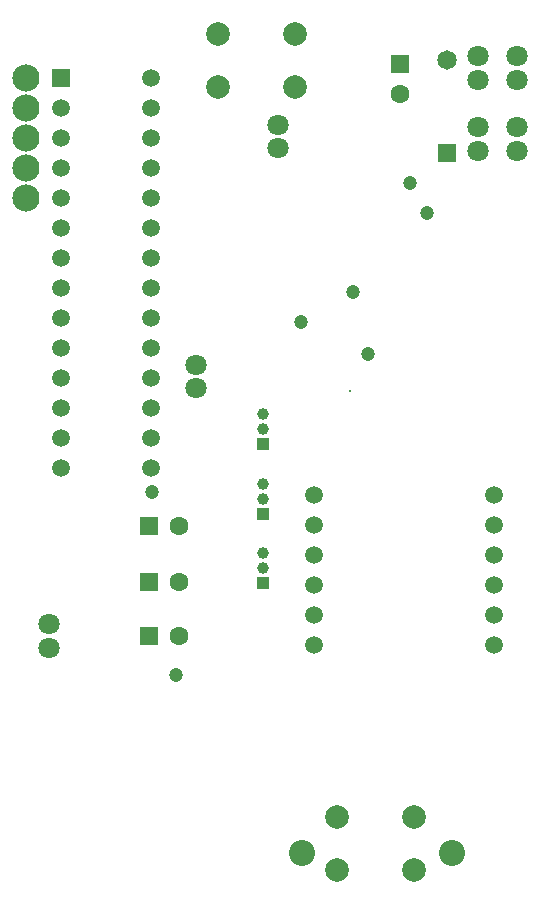
<source format=gbs>
G04*
G04 #@! TF.GenerationSoftware,Altium Limited,Altium Designer,20.2.3 (150)*
G04*
G04 Layer_Color=16711935*
%FSLAX25Y25*%
%MOIN*%
G70*
G04*
G04 #@! TF.SameCoordinates,B26AD540-6E08-4B25-974C-445F4708D01E*
G04*
G04*
G04 #@! TF.FilePolarity,Negative*
G04*
G01*
G75*
%ADD24R,0.06496X0.06496*%
%ADD25C,0.06496*%
%ADD26C,0.00800*%
%ADD27C,0.08674*%
%ADD28R,0.06299X0.06299*%
%ADD29C,0.06299*%
%ADD30C,0.07874*%
%ADD31C,0.05918*%
%ADD32R,0.03937X0.03937*%
%ADD33C,0.03937*%
%ADD34C,0.07099*%
%ADD35C,0.09068*%
%ADD36R,0.05906X0.05906*%
%ADD37C,0.05906*%
%ADD38R,0.06299X0.06299*%
%ADD39C,0.04724*%
D24*
X629095Y347854D02*
D03*
D25*
Y378760D02*
D03*
D26*
X596748Y268437D02*
D03*
D27*
X581000Y114500D02*
D03*
X631000D02*
D03*
D28*
X530000Y187000D02*
D03*
Y205000D02*
D03*
Y223500D02*
D03*
D29*
X540000Y187000D02*
D03*
Y205000D02*
D03*
Y223500D02*
D03*
X613500Y367500D02*
D03*
D30*
X592500Y126716D02*
D03*
X618090D02*
D03*
X592500Y109000D02*
D03*
X618090D02*
D03*
X578590Y370000D02*
D03*
X553000D02*
D03*
X578590Y387717D02*
D03*
X553000D02*
D03*
D31*
X645000Y184000D02*
D03*
Y194000D02*
D03*
Y204000D02*
D03*
Y214000D02*
D03*
Y224000D02*
D03*
Y234000D02*
D03*
X585000D02*
D03*
Y224000D02*
D03*
Y214000D02*
D03*
Y204000D02*
D03*
Y194000D02*
D03*
Y184000D02*
D03*
D32*
X568000Y204500D02*
D03*
Y227500D02*
D03*
Y251000D02*
D03*
D33*
Y209500D02*
D03*
Y214500D02*
D03*
Y232500D02*
D03*
Y237500D02*
D03*
Y256000D02*
D03*
Y261000D02*
D03*
D34*
X496500Y183000D02*
D03*
Y190874D02*
D03*
X545500Y277374D02*
D03*
Y269500D02*
D03*
X573000Y357374D02*
D03*
Y349500D02*
D03*
X652492Y356500D02*
D03*
Y380122D02*
D03*
Y372248D02*
D03*
Y348626D02*
D03*
X639500Y380122D02*
D03*
Y372248D02*
D03*
Y356500D02*
D03*
Y348626D02*
D03*
D35*
X489000Y333000D02*
D03*
Y343000D02*
D03*
Y353000D02*
D03*
Y373000D02*
D03*
Y363000D02*
D03*
D36*
X500500Y373000D02*
D03*
D37*
Y363000D02*
D03*
Y353000D02*
D03*
Y343000D02*
D03*
Y333000D02*
D03*
Y323000D02*
D03*
Y313000D02*
D03*
Y303000D02*
D03*
Y293000D02*
D03*
Y283000D02*
D03*
Y273000D02*
D03*
Y263000D02*
D03*
Y253000D02*
D03*
Y243000D02*
D03*
X530500Y373000D02*
D03*
Y363000D02*
D03*
Y353000D02*
D03*
Y343000D02*
D03*
Y333000D02*
D03*
Y323000D02*
D03*
Y313000D02*
D03*
Y303000D02*
D03*
Y293000D02*
D03*
Y283000D02*
D03*
Y273000D02*
D03*
Y263000D02*
D03*
Y253000D02*
D03*
Y243000D02*
D03*
D38*
X613500Y377500D02*
D03*
D39*
X580472Y291417D02*
D03*
X539000Y174000D02*
D03*
X531000Y235000D02*
D03*
X617000Y338000D02*
D03*
X622500Y328000D02*
D03*
X598000Y301500D02*
D03*
X603000Y281000D02*
D03*
M02*

</source>
